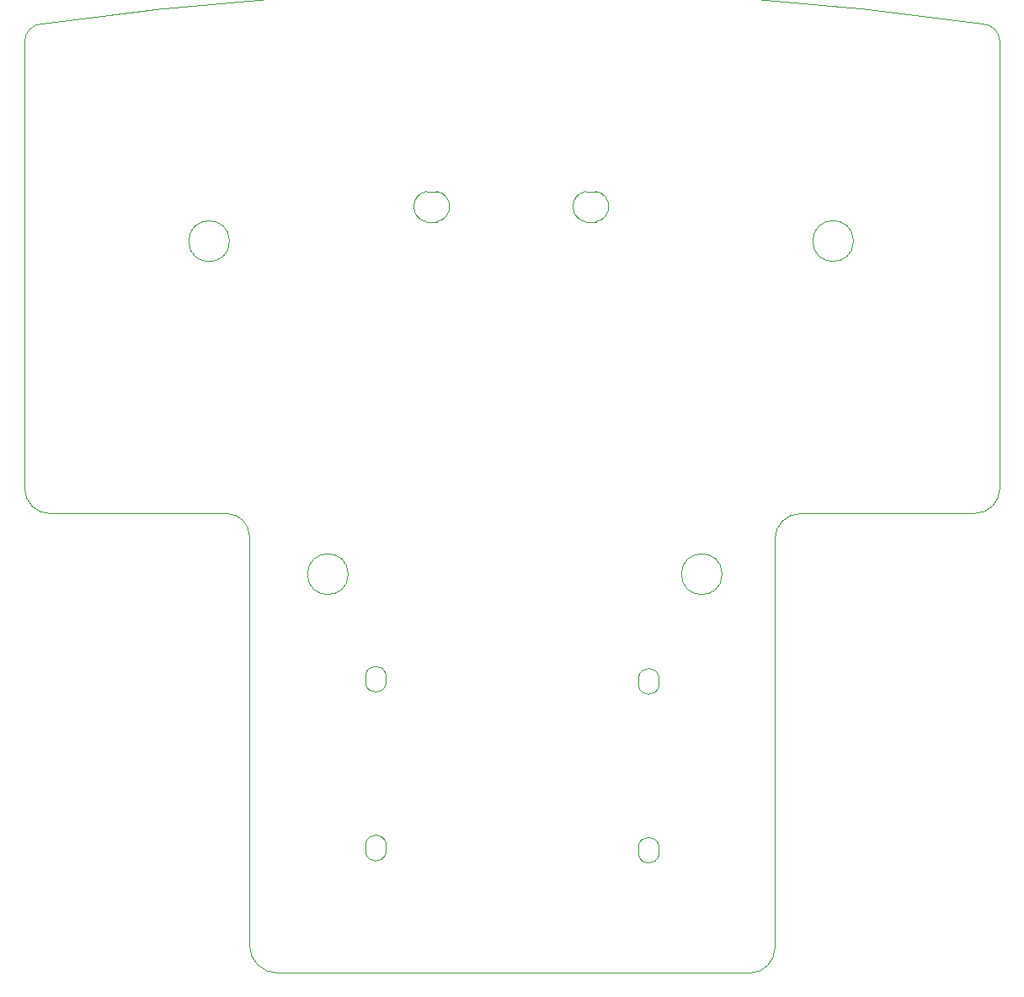
<source format=gbr>
%TF.GenerationSoftware,KiCad,Pcbnew,9.0.0*%
%TF.CreationDate,2025-04-20T11:33:30+05:30*%
%TF.ProjectId,micromouse,6d696372-6f6d-46f7-9573-652e6b696361,rev?*%
%TF.SameCoordinates,Original*%
%TF.FileFunction,Profile,NP*%
%FSLAX46Y46*%
G04 Gerber Fmt 4.6, Leading zero omitted, Abs format (unit mm)*
G04 Created by KiCad (PCBNEW 9.0.0) date 2025-04-20 11:33:30*
%MOMM*%
%LPD*%
G01*
G04 APERTURE LIST*
%TA.AperFunction,Profile*%
%ADD10C,0.050000*%
%TD*%
G04 APERTURE END LIST*
D10*
X87630000Y-74930000D02*
X105410000Y-74930000D01*
X117620000Y-81026000D02*
G75*
G02*
X113520000Y-81026000I-2050000J0D01*
G01*
X113520000Y-81026000D02*
G75*
G02*
X117620000Y-81026000I2050000J0D01*
G01*
X86867203Y-25648440D02*
G75*
G02*
X181356000Y-25648326I47244797J-329697560D01*
G01*
X181356000Y-25648326D02*
G75*
G02*
X183139674Y-27432000I0J-1783674D01*
G01*
X85084440Y-27432000D02*
G75*
G02*
X86867209Y-25648440I1783560J0D01*
G01*
X85084440Y-27432000D02*
X85090000Y-72390000D01*
X155212000Y-81026000D02*
G75*
G02*
X151112000Y-81026000I-2050000J0D01*
G01*
X151112000Y-81026000D02*
G75*
G02*
X155212000Y-81026000I2050000J0D01*
G01*
X160528000Y-77470000D02*
X160528000Y-118618000D01*
X87630000Y-74930000D02*
G75*
G02*
X85090000Y-72390000I0J2540000D01*
G01*
X105410000Y-74930000D02*
G75*
G02*
X107696000Y-77216000I0J-2286000D01*
G01*
X183138774Y-72379636D02*
X183139674Y-27432000D01*
X105682000Y-47516000D02*
G75*
G02*
X101582000Y-47516000I-2050000J0D01*
G01*
X101582000Y-47516000D02*
G75*
G02*
X105682000Y-47516000I2050000J0D01*
G01*
X160528000Y-118618000D02*
G75*
G02*
X157988000Y-121158000I-2540000J0D01*
G01*
X107696000Y-77216000D02*
X107696000Y-118364000D01*
X110490000Y-121158000D02*
G75*
G02*
X107696000Y-118364000I0J2794000D01*
G01*
X180598774Y-74919573D02*
X163068000Y-74930000D01*
X110490000Y-121158000D02*
X157988000Y-121158000D01*
X168420000Y-47498000D02*
G75*
G02*
X164320000Y-47498000I-2050000J0D01*
G01*
X164320000Y-47498000D02*
G75*
G02*
X168420000Y-47498000I2050000J0D01*
G01*
X160528000Y-77470000D02*
G75*
G02*
X163068000Y-74930000I2540000J0D01*
G01*
X183138774Y-72379636D02*
G75*
G02*
X180598774Y-74919574I-2539974J36D01*
G01*
%TO.C,REF\u002A\u002A*%
X146815732Y-92325268D02*
X146815732Y-91309268D01*
X146815732Y-109311999D02*
X146815732Y-108295999D01*
X148847732Y-92325264D02*
X148847732Y-91309268D01*
X148847732Y-109311995D02*
X148847732Y-108295999D01*
X146815732Y-91309268D02*
G75*
G02*
X148847732Y-91309268I1016000J-254000D01*
G01*
X146815732Y-108295999D02*
G75*
G02*
X148847732Y-108295999I1016000J-254000D01*
G01*
X148847732Y-92325268D02*
G75*
G02*
X146815732Y-92325268I-1016000J254000D01*
G01*
X148847732Y-109311999D02*
G75*
G02*
X146815732Y-109311999I-1016000J254000D01*
G01*
X119376268Y-91090273D02*
X119376268Y-92106269D01*
X119376268Y-108077004D02*
X119376268Y-109093000D01*
X121408268Y-91090269D02*
X121408268Y-92106269D01*
X121408268Y-108077000D02*
X121408268Y-109093000D01*
X119376268Y-91090269D02*
G75*
G02*
X121408268Y-91090269I1016000J-254000D01*
G01*
X119376268Y-108077000D02*
G75*
G02*
X121408268Y-108077000I1016000J-254000D01*
G01*
X121408268Y-92106269D02*
G75*
G02*
X119376268Y-92106269I-1016000J254000D01*
G01*
X121408268Y-109093000D02*
G75*
G02*
X119376268Y-109093000I-1016000J254000D01*
G01*
X126518987Y-45556500D02*
X125502987Y-45556500D01*
X126518988Y-42508501D02*
X125502987Y-42508500D01*
X142520987Y-45556500D02*
X141504987Y-45556500D01*
X142520988Y-42508501D02*
X141504987Y-42508500D01*
X125502987Y-45556500D02*
G75*
G02*
X125502987Y-42508500I254003J1524000D01*
G01*
X126518987Y-42508500D02*
G75*
G02*
X126518987Y-45556500I-253997J-1524000D01*
G01*
X141504987Y-45556500D02*
G75*
G02*
X141504987Y-42508500I254000J1524000D01*
G01*
X142520987Y-42508500D02*
G75*
G02*
X142520987Y-45556500I-254000J-1524000D01*
G01*
%TD*%
M02*

</source>
